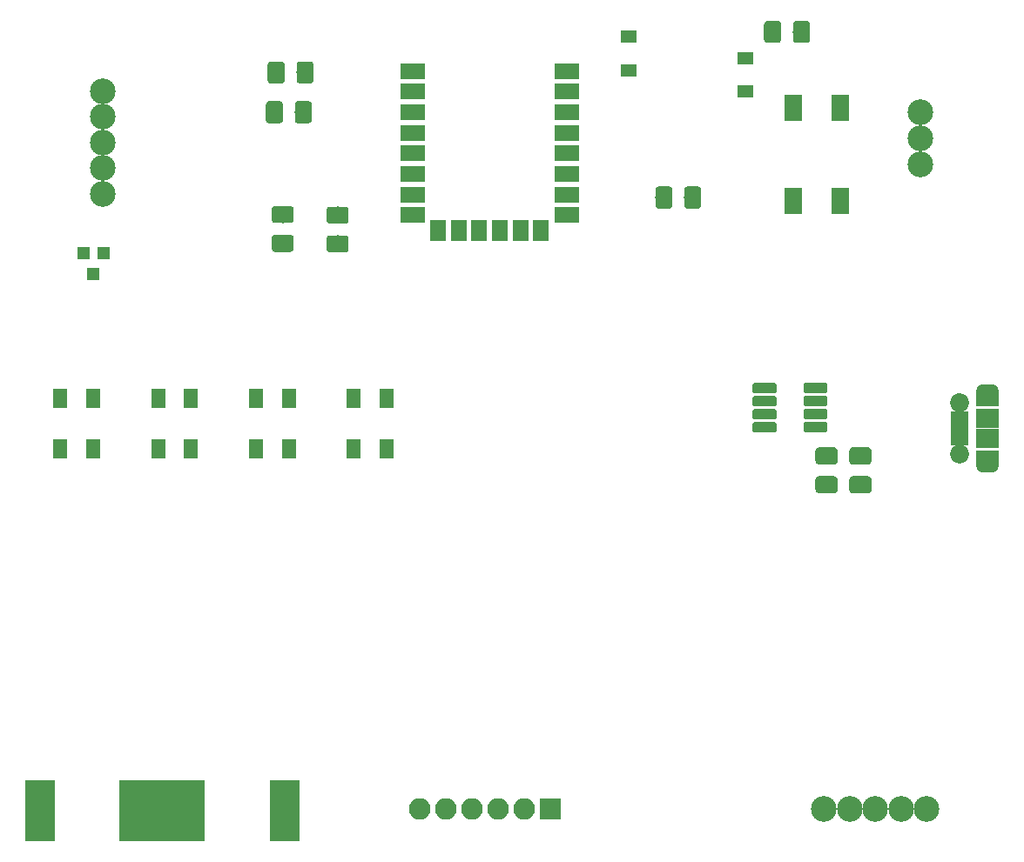
<source format=gbr>
G04 #@! TF.GenerationSoftware,KiCad,Pcbnew,(5.1.2)-1*
G04 #@! TF.CreationDate,2019-08-26T21:33:07-05:00*
G04 #@! TF.ProjectId,8266-dev,38323636-2d64-4657-962e-6b696361645f,rev?*
G04 #@! TF.SameCoordinates,Original*
G04 #@! TF.FileFunction,Soldermask,Top*
G04 #@! TF.FilePolarity,Negative*
%FSLAX46Y46*%
G04 Gerber Fmt 4.6, Leading zero omitted, Abs format (unit mm)*
G04 Created by KiCad (PCBNEW (5.1.2)-1) date 2019-08-26 21:33:07*
%MOMM*%
%LPD*%
G04 APERTURE LIST*
%ADD10R,8.400000X5.960000*%
%ADD11R,3.000000X5.960000*%
%ADD12C,0.100000*%
%ADD13C,1.650000*%
%ADD14R,1.800000X2.500000*%
%ADD15R,1.500000X2.100000*%
%ADD16R,2.400000X1.600000*%
%ADD17C,2.500000*%
%ADD18R,2.100000X2.100000*%
%ADD19O,2.100000X2.100000*%
%ADD20R,1.400000X1.900000*%
%ADD21R,1.200000X1.300000*%
%ADD22R,2.300000X1.900000*%
%ADD23C,1.850000*%
%ADD24R,1.750000X0.800000*%
%ADD25O,2.300000X1.600000*%
%ADD26R,2.300000X1.600000*%
%ADD27C,1.000000*%
%ADD28R,1.600000X1.300000*%
G04 APERTURE END LIST*
D10*
X101168200Y-127170180D03*
D11*
X113073200Y-127170180D03*
X89263200Y-127170180D03*
D12*
G36*
X113667646Y-68310309D02*
G01*
X113699680Y-68315061D01*
X113731094Y-68322930D01*
X113761586Y-68333840D01*
X113790861Y-68347686D01*
X113818638Y-68364335D01*
X113844650Y-68383627D01*
X113868645Y-68405375D01*
X113890393Y-68429370D01*
X113909685Y-68455382D01*
X113926334Y-68483159D01*
X113940180Y-68512434D01*
X113951090Y-68542926D01*
X113958959Y-68574340D01*
X113963711Y-68606374D01*
X113965300Y-68638720D01*
X113965300Y-69628720D01*
X113963711Y-69661066D01*
X113958959Y-69693100D01*
X113951090Y-69724514D01*
X113940180Y-69755006D01*
X113926334Y-69784281D01*
X113909685Y-69812058D01*
X113890393Y-69838070D01*
X113868645Y-69862065D01*
X113844650Y-69883813D01*
X113818638Y-69903105D01*
X113790861Y-69919754D01*
X113761586Y-69933600D01*
X113731094Y-69944510D01*
X113699680Y-69952379D01*
X113667646Y-69957131D01*
X113635300Y-69958720D01*
X112145300Y-69958720D01*
X112112954Y-69957131D01*
X112080920Y-69952379D01*
X112049506Y-69944510D01*
X112019014Y-69933600D01*
X111989739Y-69919754D01*
X111961962Y-69903105D01*
X111935950Y-69883813D01*
X111911955Y-69862065D01*
X111890207Y-69838070D01*
X111870915Y-69812058D01*
X111854266Y-69784281D01*
X111840420Y-69755006D01*
X111829510Y-69724514D01*
X111821641Y-69693100D01*
X111816889Y-69661066D01*
X111815300Y-69628720D01*
X111815300Y-68638720D01*
X111816889Y-68606374D01*
X111821641Y-68574340D01*
X111829510Y-68542926D01*
X111840420Y-68512434D01*
X111854266Y-68483159D01*
X111870915Y-68455382D01*
X111890207Y-68429370D01*
X111911955Y-68405375D01*
X111935950Y-68383627D01*
X111961962Y-68364335D01*
X111989739Y-68347686D01*
X112019014Y-68333840D01*
X112049506Y-68322930D01*
X112080920Y-68315061D01*
X112112954Y-68310309D01*
X112145300Y-68308720D01*
X113635300Y-68308720D01*
X113667646Y-68310309D01*
X113667646Y-68310309D01*
G37*
D13*
X112890300Y-69133720D03*
D12*
G36*
X113667646Y-71110309D02*
G01*
X113699680Y-71115061D01*
X113731094Y-71122930D01*
X113761586Y-71133840D01*
X113790861Y-71147686D01*
X113818638Y-71164335D01*
X113844650Y-71183627D01*
X113868645Y-71205375D01*
X113890393Y-71229370D01*
X113909685Y-71255382D01*
X113926334Y-71283159D01*
X113940180Y-71312434D01*
X113951090Y-71342926D01*
X113958959Y-71374340D01*
X113963711Y-71406374D01*
X113965300Y-71438720D01*
X113965300Y-72428720D01*
X113963711Y-72461066D01*
X113958959Y-72493100D01*
X113951090Y-72524514D01*
X113940180Y-72555006D01*
X113926334Y-72584281D01*
X113909685Y-72612058D01*
X113890393Y-72638070D01*
X113868645Y-72662065D01*
X113844650Y-72683813D01*
X113818638Y-72703105D01*
X113790861Y-72719754D01*
X113761586Y-72733600D01*
X113731094Y-72744510D01*
X113699680Y-72752379D01*
X113667646Y-72757131D01*
X113635300Y-72758720D01*
X112145300Y-72758720D01*
X112112954Y-72757131D01*
X112080920Y-72752379D01*
X112049506Y-72744510D01*
X112019014Y-72733600D01*
X111989739Y-72719754D01*
X111961962Y-72703105D01*
X111935950Y-72683813D01*
X111911955Y-72662065D01*
X111890207Y-72638070D01*
X111870915Y-72612058D01*
X111854266Y-72584281D01*
X111840420Y-72555006D01*
X111829510Y-72524514D01*
X111821641Y-72493100D01*
X111816889Y-72461066D01*
X111815300Y-72428720D01*
X111815300Y-71438720D01*
X111816889Y-71406374D01*
X111821641Y-71374340D01*
X111829510Y-71342926D01*
X111840420Y-71312434D01*
X111854266Y-71283159D01*
X111870915Y-71255382D01*
X111890207Y-71229370D01*
X111911955Y-71205375D01*
X111935950Y-71183627D01*
X111961962Y-71164335D01*
X111989739Y-71147686D01*
X112019014Y-71133840D01*
X112049506Y-71122930D01*
X112080920Y-71115061D01*
X112112954Y-71110309D01*
X112145300Y-71108720D01*
X113635300Y-71108720D01*
X113667646Y-71110309D01*
X113667646Y-71110309D01*
G37*
D13*
X112890300Y-71933720D03*
D12*
G36*
X115574106Y-54214769D02*
G01*
X115606140Y-54219521D01*
X115637554Y-54227390D01*
X115668046Y-54238300D01*
X115697321Y-54252146D01*
X115725098Y-54268795D01*
X115751110Y-54288087D01*
X115775105Y-54309835D01*
X115796853Y-54333830D01*
X115816145Y-54359842D01*
X115832794Y-54387619D01*
X115846640Y-54416894D01*
X115857550Y-54447386D01*
X115865419Y-54478800D01*
X115870171Y-54510834D01*
X115871760Y-54543180D01*
X115871760Y-56033180D01*
X115870171Y-56065526D01*
X115865419Y-56097560D01*
X115857550Y-56128974D01*
X115846640Y-56159466D01*
X115832794Y-56188741D01*
X115816145Y-56216518D01*
X115796853Y-56242530D01*
X115775105Y-56266525D01*
X115751110Y-56288273D01*
X115725098Y-56307565D01*
X115697321Y-56324214D01*
X115668046Y-56338060D01*
X115637554Y-56348970D01*
X115606140Y-56356839D01*
X115574106Y-56361591D01*
X115541760Y-56363180D01*
X114551760Y-56363180D01*
X114519414Y-56361591D01*
X114487380Y-56356839D01*
X114455966Y-56348970D01*
X114425474Y-56338060D01*
X114396199Y-56324214D01*
X114368422Y-56307565D01*
X114342410Y-56288273D01*
X114318415Y-56266525D01*
X114296667Y-56242530D01*
X114277375Y-56216518D01*
X114260726Y-56188741D01*
X114246880Y-56159466D01*
X114235970Y-56128974D01*
X114228101Y-56097560D01*
X114223349Y-56065526D01*
X114221760Y-56033180D01*
X114221760Y-54543180D01*
X114223349Y-54510834D01*
X114228101Y-54478800D01*
X114235970Y-54447386D01*
X114246880Y-54416894D01*
X114260726Y-54387619D01*
X114277375Y-54359842D01*
X114296667Y-54333830D01*
X114318415Y-54309835D01*
X114342410Y-54288087D01*
X114368422Y-54268795D01*
X114396199Y-54252146D01*
X114425474Y-54238300D01*
X114455966Y-54227390D01*
X114487380Y-54219521D01*
X114519414Y-54214769D01*
X114551760Y-54213180D01*
X115541760Y-54213180D01*
X115574106Y-54214769D01*
X115574106Y-54214769D01*
G37*
D13*
X115046760Y-55288180D03*
D12*
G36*
X112774106Y-54214769D02*
G01*
X112806140Y-54219521D01*
X112837554Y-54227390D01*
X112868046Y-54238300D01*
X112897321Y-54252146D01*
X112925098Y-54268795D01*
X112951110Y-54288087D01*
X112975105Y-54309835D01*
X112996853Y-54333830D01*
X113016145Y-54359842D01*
X113032794Y-54387619D01*
X113046640Y-54416894D01*
X113057550Y-54447386D01*
X113065419Y-54478800D01*
X113070171Y-54510834D01*
X113071760Y-54543180D01*
X113071760Y-56033180D01*
X113070171Y-56065526D01*
X113065419Y-56097560D01*
X113057550Y-56128974D01*
X113046640Y-56159466D01*
X113032794Y-56188741D01*
X113016145Y-56216518D01*
X112996853Y-56242530D01*
X112975105Y-56266525D01*
X112951110Y-56288273D01*
X112925098Y-56307565D01*
X112897321Y-56324214D01*
X112868046Y-56338060D01*
X112837554Y-56348970D01*
X112806140Y-56356839D01*
X112774106Y-56361591D01*
X112741760Y-56363180D01*
X111751760Y-56363180D01*
X111719414Y-56361591D01*
X111687380Y-56356839D01*
X111655966Y-56348970D01*
X111625474Y-56338060D01*
X111596199Y-56324214D01*
X111568422Y-56307565D01*
X111542410Y-56288273D01*
X111518415Y-56266525D01*
X111496667Y-56242530D01*
X111477375Y-56216518D01*
X111460726Y-56188741D01*
X111446880Y-56159466D01*
X111435970Y-56128974D01*
X111428101Y-56097560D01*
X111423349Y-56065526D01*
X111421760Y-56033180D01*
X111421760Y-54543180D01*
X111423349Y-54510834D01*
X111428101Y-54478800D01*
X111435970Y-54447386D01*
X111446880Y-54416894D01*
X111460726Y-54387619D01*
X111477375Y-54359842D01*
X111496667Y-54333830D01*
X111518415Y-54309835D01*
X111542410Y-54288087D01*
X111568422Y-54268795D01*
X111596199Y-54252146D01*
X111625474Y-54238300D01*
X111655966Y-54227390D01*
X111687380Y-54219521D01*
X111719414Y-54214769D01*
X111751760Y-54213180D01*
X112741760Y-54213180D01*
X112774106Y-54214769D01*
X112774106Y-54214769D01*
G37*
D13*
X112246760Y-55288180D03*
D12*
G36*
X112606466Y-58088269D02*
G01*
X112638500Y-58093021D01*
X112669914Y-58100890D01*
X112700406Y-58111800D01*
X112729681Y-58125646D01*
X112757458Y-58142295D01*
X112783470Y-58161587D01*
X112807465Y-58183335D01*
X112829213Y-58207330D01*
X112848505Y-58233342D01*
X112865154Y-58261119D01*
X112879000Y-58290394D01*
X112889910Y-58320886D01*
X112897779Y-58352300D01*
X112902531Y-58384334D01*
X112904120Y-58416680D01*
X112904120Y-59906680D01*
X112902531Y-59939026D01*
X112897779Y-59971060D01*
X112889910Y-60002474D01*
X112879000Y-60032966D01*
X112865154Y-60062241D01*
X112848505Y-60090018D01*
X112829213Y-60116030D01*
X112807465Y-60140025D01*
X112783470Y-60161773D01*
X112757458Y-60181065D01*
X112729681Y-60197714D01*
X112700406Y-60211560D01*
X112669914Y-60222470D01*
X112638500Y-60230339D01*
X112606466Y-60235091D01*
X112574120Y-60236680D01*
X111584120Y-60236680D01*
X111551774Y-60235091D01*
X111519740Y-60230339D01*
X111488326Y-60222470D01*
X111457834Y-60211560D01*
X111428559Y-60197714D01*
X111400782Y-60181065D01*
X111374770Y-60161773D01*
X111350775Y-60140025D01*
X111329027Y-60116030D01*
X111309735Y-60090018D01*
X111293086Y-60062241D01*
X111279240Y-60032966D01*
X111268330Y-60002474D01*
X111260461Y-59971060D01*
X111255709Y-59939026D01*
X111254120Y-59906680D01*
X111254120Y-58416680D01*
X111255709Y-58384334D01*
X111260461Y-58352300D01*
X111268330Y-58320886D01*
X111279240Y-58290394D01*
X111293086Y-58261119D01*
X111309735Y-58233342D01*
X111329027Y-58207330D01*
X111350775Y-58183335D01*
X111374770Y-58161587D01*
X111400782Y-58142295D01*
X111428559Y-58125646D01*
X111457834Y-58111800D01*
X111488326Y-58100890D01*
X111519740Y-58093021D01*
X111551774Y-58088269D01*
X111584120Y-58086680D01*
X112574120Y-58086680D01*
X112606466Y-58088269D01*
X112606466Y-58088269D01*
G37*
D13*
X112079120Y-59161680D03*
D12*
G36*
X115406466Y-58088269D02*
G01*
X115438500Y-58093021D01*
X115469914Y-58100890D01*
X115500406Y-58111800D01*
X115529681Y-58125646D01*
X115557458Y-58142295D01*
X115583470Y-58161587D01*
X115607465Y-58183335D01*
X115629213Y-58207330D01*
X115648505Y-58233342D01*
X115665154Y-58261119D01*
X115679000Y-58290394D01*
X115689910Y-58320886D01*
X115697779Y-58352300D01*
X115702531Y-58384334D01*
X115704120Y-58416680D01*
X115704120Y-59906680D01*
X115702531Y-59939026D01*
X115697779Y-59971060D01*
X115689910Y-60002474D01*
X115679000Y-60032966D01*
X115665154Y-60062241D01*
X115648505Y-60090018D01*
X115629213Y-60116030D01*
X115607465Y-60140025D01*
X115583470Y-60161773D01*
X115557458Y-60181065D01*
X115529681Y-60197714D01*
X115500406Y-60211560D01*
X115469914Y-60222470D01*
X115438500Y-60230339D01*
X115406466Y-60235091D01*
X115374120Y-60236680D01*
X114384120Y-60236680D01*
X114351774Y-60235091D01*
X114319740Y-60230339D01*
X114288326Y-60222470D01*
X114257834Y-60211560D01*
X114228559Y-60197714D01*
X114200782Y-60181065D01*
X114174770Y-60161773D01*
X114150775Y-60140025D01*
X114129027Y-60116030D01*
X114109735Y-60090018D01*
X114093086Y-60062241D01*
X114079240Y-60032966D01*
X114068330Y-60002474D01*
X114060461Y-59971060D01*
X114055709Y-59939026D01*
X114054120Y-59906680D01*
X114054120Y-58416680D01*
X114055709Y-58384334D01*
X114060461Y-58352300D01*
X114068330Y-58320886D01*
X114079240Y-58290394D01*
X114093086Y-58261119D01*
X114109735Y-58233342D01*
X114129027Y-58207330D01*
X114150775Y-58183335D01*
X114174770Y-58161587D01*
X114200782Y-58142295D01*
X114228559Y-58125646D01*
X114257834Y-58111800D01*
X114288326Y-58100890D01*
X114319740Y-58093021D01*
X114351774Y-58088269D01*
X114384120Y-58086680D01*
X115374120Y-58086680D01*
X115406466Y-58088269D01*
X115406466Y-58088269D01*
G37*
D13*
X114879120Y-59161680D03*
D12*
G36*
X163836646Y-50285389D02*
G01*
X163868680Y-50290141D01*
X163900094Y-50298010D01*
X163930586Y-50308920D01*
X163959861Y-50322766D01*
X163987638Y-50339415D01*
X164013650Y-50358707D01*
X164037645Y-50380455D01*
X164059393Y-50404450D01*
X164078685Y-50430462D01*
X164095334Y-50458239D01*
X164109180Y-50487514D01*
X164120090Y-50518006D01*
X164127959Y-50549420D01*
X164132711Y-50581454D01*
X164134300Y-50613800D01*
X164134300Y-52103800D01*
X164132711Y-52136146D01*
X164127959Y-52168180D01*
X164120090Y-52199594D01*
X164109180Y-52230086D01*
X164095334Y-52259361D01*
X164078685Y-52287138D01*
X164059393Y-52313150D01*
X164037645Y-52337145D01*
X164013650Y-52358893D01*
X163987638Y-52378185D01*
X163959861Y-52394834D01*
X163930586Y-52408680D01*
X163900094Y-52419590D01*
X163868680Y-52427459D01*
X163836646Y-52432211D01*
X163804300Y-52433800D01*
X162814300Y-52433800D01*
X162781954Y-52432211D01*
X162749920Y-52427459D01*
X162718506Y-52419590D01*
X162688014Y-52408680D01*
X162658739Y-52394834D01*
X162630962Y-52378185D01*
X162604950Y-52358893D01*
X162580955Y-52337145D01*
X162559207Y-52313150D01*
X162539915Y-52287138D01*
X162523266Y-52259361D01*
X162509420Y-52230086D01*
X162498510Y-52199594D01*
X162490641Y-52168180D01*
X162485889Y-52136146D01*
X162484300Y-52103800D01*
X162484300Y-50613800D01*
X162485889Y-50581454D01*
X162490641Y-50549420D01*
X162498510Y-50518006D01*
X162509420Y-50487514D01*
X162523266Y-50458239D01*
X162539915Y-50430462D01*
X162559207Y-50404450D01*
X162580955Y-50380455D01*
X162604950Y-50358707D01*
X162630962Y-50339415D01*
X162658739Y-50322766D01*
X162688014Y-50308920D01*
X162718506Y-50298010D01*
X162749920Y-50290141D01*
X162781954Y-50285389D01*
X162814300Y-50283800D01*
X163804300Y-50283800D01*
X163836646Y-50285389D01*
X163836646Y-50285389D01*
G37*
D13*
X163309300Y-51358800D03*
D12*
G36*
X161036646Y-50285389D02*
G01*
X161068680Y-50290141D01*
X161100094Y-50298010D01*
X161130586Y-50308920D01*
X161159861Y-50322766D01*
X161187638Y-50339415D01*
X161213650Y-50358707D01*
X161237645Y-50380455D01*
X161259393Y-50404450D01*
X161278685Y-50430462D01*
X161295334Y-50458239D01*
X161309180Y-50487514D01*
X161320090Y-50518006D01*
X161327959Y-50549420D01*
X161332711Y-50581454D01*
X161334300Y-50613800D01*
X161334300Y-52103800D01*
X161332711Y-52136146D01*
X161327959Y-52168180D01*
X161320090Y-52199594D01*
X161309180Y-52230086D01*
X161295334Y-52259361D01*
X161278685Y-52287138D01*
X161259393Y-52313150D01*
X161237645Y-52337145D01*
X161213650Y-52358893D01*
X161187638Y-52378185D01*
X161159861Y-52394834D01*
X161130586Y-52408680D01*
X161100094Y-52419590D01*
X161068680Y-52427459D01*
X161036646Y-52432211D01*
X161004300Y-52433800D01*
X160014300Y-52433800D01*
X159981954Y-52432211D01*
X159949920Y-52427459D01*
X159918506Y-52419590D01*
X159888014Y-52408680D01*
X159858739Y-52394834D01*
X159830962Y-52378185D01*
X159804950Y-52358893D01*
X159780955Y-52337145D01*
X159759207Y-52313150D01*
X159739915Y-52287138D01*
X159723266Y-52259361D01*
X159709420Y-52230086D01*
X159698510Y-52199594D01*
X159690641Y-52168180D01*
X159685889Y-52136146D01*
X159684300Y-52103800D01*
X159684300Y-50613800D01*
X159685889Y-50581454D01*
X159690641Y-50549420D01*
X159698510Y-50518006D01*
X159709420Y-50487514D01*
X159723266Y-50458239D01*
X159739915Y-50430462D01*
X159759207Y-50404450D01*
X159780955Y-50380455D01*
X159804950Y-50358707D01*
X159830962Y-50339415D01*
X159858739Y-50322766D01*
X159888014Y-50308920D01*
X159918506Y-50298010D01*
X159949920Y-50290141D01*
X159981954Y-50285389D01*
X160014300Y-50283800D01*
X161004300Y-50283800D01*
X161036646Y-50285389D01*
X161036646Y-50285389D01*
G37*
D13*
X160509300Y-51358800D03*
D12*
G36*
X153270706Y-66401689D02*
G01*
X153302740Y-66406441D01*
X153334154Y-66414310D01*
X153364646Y-66425220D01*
X153393921Y-66439066D01*
X153421698Y-66455715D01*
X153447710Y-66475007D01*
X153471705Y-66496755D01*
X153493453Y-66520750D01*
X153512745Y-66546762D01*
X153529394Y-66574539D01*
X153543240Y-66603814D01*
X153554150Y-66634306D01*
X153562019Y-66665720D01*
X153566771Y-66697754D01*
X153568360Y-66730100D01*
X153568360Y-68220100D01*
X153566771Y-68252446D01*
X153562019Y-68284480D01*
X153554150Y-68315894D01*
X153543240Y-68346386D01*
X153529394Y-68375661D01*
X153512745Y-68403438D01*
X153493453Y-68429450D01*
X153471705Y-68453445D01*
X153447710Y-68475193D01*
X153421698Y-68494485D01*
X153393921Y-68511134D01*
X153364646Y-68524980D01*
X153334154Y-68535890D01*
X153302740Y-68543759D01*
X153270706Y-68548511D01*
X153238360Y-68550100D01*
X152248360Y-68550100D01*
X152216014Y-68548511D01*
X152183980Y-68543759D01*
X152152566Y-68535890D01*
X152122074Y-68524980D01*
X152092799Y-68511134D01*
X152065022Y-68494485D01*
X152039010Y-68475193D01*
X152015015Y-68453445D01*
X151993267Y-68429450D01*
X151973975Y-68403438D01*
X151957326Y-68375661D01*
X151943480Y-68346386D01*
X151932570Y-68315894D01*
X151924701Y-68284480D01*
X151919949Y-68252446D01*
X151918360Y-68220100D01*
X151918360Y-66730100D01*
X151919949Y-66697754D01*
X151924701Y-66665720D01*
X151932570Y-66634306D01*
X151943480Y-66603814D01*
X151957326Y-66574539D01*
X151973975Y-66546762D01*
X151993267Y-66520750D01*
X152015015Y-66496755D01*
X152039010Y-66475007D01*
X152065022Y-66455715D01*
X152092799Y-66439066D01*
X152122074Y-66425220D01*
X152152566Y-66414310D01*
X152183980Y-66406441D01*
X152216014Y-66401689D01*
X152248360Y-66400100D01*
X153238360Y-66400100D01*
X153270706Y-66401689D01*
X153270706Y-66401689D01*
G37*
D13*
X152743360Y-67475100D03*
D12*
G36*
X150470706Y-66401689D02*
G01*
X150502740Y-66406441D01*
X150534154Y-66414310D01*
X150564646Y-66425220D01*
X150593921Y-66439066D01*
X150621698Y-66455715D01*
X150647710Y-66475007D01*
X150671705Y-66496755D01*
X150693453Y-66520750D01*
X150712745Y-66546762D01*
X150729394Y-66574539D01*
X150743240Y-66603814D01*
X150754150Y-66634306D01*
X150762019Y-66665720D01*
X150766771Y-66697754D01*
X150768360Y-66730100D01*
X150768360Y-68220100D01*
X150766771Y-68252446D01*
X150762019Y-68284480D01*
X150754150Y-68315894D01*
X150743240Y-68346386D01*
X150729394Y-68375661D01*
X150712745Y-68403438D01*
X150693453Y-68429450D01*
X150671705Y-68453445D01*
X150647710Y-68475193D01*
X150621698Y-68494485D01*
X150593921Y-68511134D01*
X150564646Y-68524980D01*
X150534154Y-68535890D01*
X150502740Y-68543759D01*
X150470706Y-68548511D01*
X150438360Y-68550100D01*
X149448360Y-68550100D01*
X149416014Y-68548511D01*
X149383980Y-68543759D01*
X149352566Y-68535890D01*
X149322074Y-68524980D01*
X149292799Y-68511134D01*
X149265022Y-68494485D01*
X149239010Y-68475193D01*
X149215015Y-68453445D01*
X149193267Y-68429450D01*
X149173975Y-68403438D01*
X149157326Y-68375661D01*
X149143480Y-68346386D01*
X149132570Y-68315894D01*
X149124701Y-68284480D01*
X149119949Y-68252446D01*
X149118360Y-68220100D01*
X149118360Y-66730100D01*
X149119949Y-66697754D01*
X149124701Y-66665720D01*
X149132570Y-66634306D01*
X149143480Y-66603814D01*
X149157326Y-66574539D01*
X149173975Y-66546762D01*
X149193267Y-66520750D01*
X149215015Y-66496755D01*
X149239010Y-66475007D01*
X149265022Y-66455715D01*
X149292799Y-66439066D01*
X149322074Y-66425220D01*
X149352566Y-66414310D01*
X149383980Y-66406441D01*
X149416014Y-66401689D01*
X149448360Y-66400100D01*
X150438360Y-66400100D01*
X150470706Y-66401689D01*
X150470706Y-66401689D01*
G37*
D13*
X149943360Y-67475100D03*
D14*
X167055360Y-67813780D03*
X162555360Y-67813780D03*
X162555360Y-58713780D03*
X167055360Y-58713780D03*
D15*
X137986780Y-70671580D03*
X135986780Y-70671580D03*
X133986780Y-70671580D03*
X131986780Y-70671580D03*
X129986780Y-70671580D03*
X127986780Y-70671580D03*
D16*
X140486780Y-55171580D03*
X140486780Y-57171580D03*
X140486780Y-59171580D03*
X140486780Y-61171580D03*
X140486780Y-63171580D03*
X140486780Y-65171580D03*
X140486780Y-67171580D03*
X140486780Y-69171580D03*
X125486780Y-69171580D03*
X125486780Y-67171580D03*
X125486780Y-65171580D03*
X125486780Y-63171580D03*
X125486780Y-61171580D03*
X125486780Y-59171580D03*
X125486780Y-57171580D03*
X125486780Y-55171580D03*
D17*
X165511480Y-126949200D03*
X168011480Y-126949200D03*
X170511480Y-126949200D03*
X173011480Y-126949200D03*
X175511480Y-126949200D03*
X95417640Y-57104280D03*
X95417640Y-59604280D03*
X95417640Y-62104280D03*
X95417640Y-64604280D03*
X95417640Y-67104280D03*
D18*
X138942530Y-126944200D03*
D19*
X136402530Y-126944200D03*
X133862530Y-126944200D03*
X131322530Y-126944200D03*
X128782530Y-126944200D03*
X126242530Y-126944200D03*
D17*
X174919640Y-59194700D03*
X174919640Y-61734700D03*
X174919640Y-64274700D03*
D12*
G36*
X118983866Y-68355569D02*
G01*
X119015900Y-68360321D01*
X119047314Y-68368190D01*
X119077806Y-68379100D01*
X119107081Y-68392946D01*
X119134858Y-68409595D01*
X119160870Y-68428887D01*
X119184865Y-68450635D01*
X119206613Y-68474630D01*
X119225905Y-68500642D01*
X119242554Y-68528419D01*
X119256400Y-68557694D01*
X119267310Y-68588186D01*
X119275179Y-68619600D01*
X119279931Y-68651634D01*
X119281520Y-68683980D01*
X119281520Y-69673980D01*
X119279931Y-69706326D01*
X119275179Y-69738360D01*
X119267310Y-69769774D01*
X119256400Y-69800266D01*
X119242554Y-69829541D01*
X119225905Y-69857318D01*
X119206613Y-69883330D01*
X119184865Y-69907325D01*
X119160870Y-69929073D01*
X119134858Y-69948365D01*
X119107081Y-69965014D01*
X119077806Y-69978860D01*
X119047314Y-69989770D01*
X119015900Y-69997639D01*
X118983866Y-70002391D01*
X118951520Y-70003980D01*
X117461520Y-70003980D01*
X117429174Y-70002391D01*
X117397140Y-69997639D01*
X117365726Y-69989770D01*
X117335234Y-69978860D01*
X117305959Y-69965014D01*
X117278182Y-69948365D01*
X117252170Y-69929073D01*
X117228175Y-69907325D01*
X117206427Y-69883330D01*
X117187135Y-69857318D01*
X117170486Y-69829541D01*
X117156640Y-69800266D01*
X117145730Y-69769774D01*
X117137861Y-69738360D01*
X117133109Y-69706326D01*
X117131520Y-69673980D01*
X117131520Y-68683980D01*
X117133109Y-68651634D01*
X117137861Y-68619600D01*
X117145730Y-68588186D01*
X117156640Y-68557694D01*
X117170486Y-68528419D01*
X117187135Y-68500642D01*
X117206427Y-68474630D01*
X117228175Y-68450635D01*
X117252170Y-68428887D01*
X117278182Y-68409595D01*
X117305959Y-68392946D01*
X117335234Y-68379100D01*
X117365726Y-68368190D01*
X117397140Y-68360321D01*
X117429174Y-68355569D01*
X117461520Y-68353980D01*
X118951520Y-68353980D01*
X118983866Y-68355569D01*
X118983866Y-68355569D01*
G37*
D13*
X118206520Y-69178980D03*
D12*
G36*
X118983866Y-71155569D02*
G01*
X119015900Y-71160321D01*
X119047314Y-71168190D01*
X119077806Y-71179100D01*
X119107081Y-71192946D01*
X119134858Y-71209595D01*
X119160870Y-71228887D01*
X119184865Y-71250635D01*
X119206613Y-71274630D01*
X119225905Y-71300642D01*
X119242554Y-71328419D01*
X119256400Y-71357694D01*
X119267310Y-71388186D01*
X119275179Y-71419600D01*
X119279931Y-71451634D01*
X119281520Y-71483980D01*
X119281520Y-72473980D01*
X119279931Y-72506326D01*
X119275179Y-72538360D01*
X119267310Y-72569774D01*
X119256400Y-72600266D01*
X119242554Y-72629541D01*
X119225905Y-72657318D01*
X119206613Y-72683330D01*
X119184865Y-72707325D01*
X119160870Y-72729073D01*
X119134858Y-72748365D01*
X119107081Y-72765014D01*
X119077806Y-72778860D01*
X119047314Y-72789770D01*
X119015900Y-72797639D01*
X118983866Y-72802391D01*
X118951520Y-72803980D01*
X117461520Y-72803980D01*
X117429174Y-72802391D01*
X117397140Y-72797639D01*
X117365726Y-72789770D01*
X117335234Y-72778860D01*
X117305959Y-72765014D01*
X117278182Y-72748365D01*
X117252170Y-72729073D01*
X117228175Y-72707325D01*
X117206427Y-72683330D01*
X117187135Y-72657318D01*
X117170486Y-72629541D01*
X117156640Y-72600266D01*
X117145730Y-72569774D01*
X117137861Y-72538360D01*
X117133109Y-72506326D01*
X117131520Y-72473980D01*
X117131520Y-71483980D01*
X117133109Y-71451634D01*
X117137861Y-71419600D01*
X117145730Y-71388186D01*
X117156640Y-71357694D01*
X117170486Y-71328419D01*
X117187135Y-71300642D01*
X117206427Y-71274630D01*
X117228175Y-71250635D01*
X117252170Y-71228887D01*
X117278182Y-71209595D01*
X117305959Y-71192946D01*
X117335234Y-71179100D01*
X117365726Y-71168190D01*
X117397140Y-71160321D01*
X117429174Y-71155569D01*
X117461520Y-71153980D01*
X118951520Y-71153980D01*
X118983866Y-71155569D01*
X118983866Y-71155569D01*
G37*
D13*
X118206520Y-71978980D03*
D20*
X91274000Y-91895000D03*
X94474000Y-91895000D03*
X91274000Y-86995000D03*
X94474000Y-86995000D03*
X103969666Y-86995000D03*
X100769666Y-86995000D03*
X103969666Y-91895000D03*
X100769666Y-91895000D03*
X110265332Y-91895000D03*
X113465332Y-91895000D03*
X110265332Y-86995000D03*
X113465332Y-86995000D03*
X122961000Y-86995000D03*
X119761000Y-86995000D03*
X122961000Y-91895000D03*
X119761000Y-91895000D03*
D21*
X95440500Y-72898000D03*
X93540500Y-72898000D03*
X94490500Y-74898000D03*
D22*
X181419500Y-88957400D03*
D23*
X178719500Y-92457400D03*
D24*
X178719500Y-90607400D03*
X178719500Y-91257400D03*
X178719500Y-88657400D03*
X178719500Y-89307400D03*
X178719500Y-89957400D03*
D23*
X178719500Y-87457400D03*
D22*
X181419500Y-90957400D03*
D25*
X181419500Y-93457400D03*
X181419500Y-86457400D03*
D26*
X181419500Y-87057400D03*
X181419500Y-92857400D03*
D12*
G36*
X165630404Y-89315604D02*
G01*
X165654673Y-89319204D01*
X165678471Y-89325165D01*
X165701571Y-89333430D01*
X165723749Y-89343920D01*
X165744793Y-89356533D01*
X165764498Y-89371147D01*
X165782677Y-89387623D01*
X165799153Y-89405802D01*
X165813767Y-89425507D01*
X165826380Y-89446551D01*
X165836870Y-89468729D01*
X165845135Y-89491829D01*
X165851096Y-89515627D01*
X165854696Y-89539896D01*
X165855900Y-89564400D01*
X165855900Y-90064400D01*
X165854696Y-90088904D01*
X165851096Y-90113173D01*
X165845135Y-90136971D01*
X165836870Y-90160071D01*
X165826380Y-90182249D01*
X165813767Y-90203293D01*
X165799153Y-90222998D01*
X165782677Y-90241177D01*
X165764498Y-90257653D01*
X165744793Y-90272267D01*
X165723749Y-90284880D01*
X165701571Y-90295370D01*
X165678471Y-90303635D01*
X165654673Y-90309596D01*
X165630404Y-90313196D01*
X165605900Y-90314400D01*
X163755900Y-90314400D01*
X163731396Y-90313196D01*
X163707127Y-90309596D01*
X163683329Y-90303635D01*
X163660229Y-90295370D01*
X163638051Y-90284880D01*
X163617007Y-90272267D01*
X163597302Y-90257653D01*
X163579123Y-90241177D01*
X163562647Y-90222998D01*
X163548033Y-90203293D01*
X163535420Y-90182249D01*
X163524930Y-90160071D01*
X163516665Y-90136971D01*
X163510704Y-90113173D01*
X163507104Y-90088904D01*
X163505900Y-90064400D01*
X163505900Y-89564400D01*
X163507104Y-89539896D01*
X163510704Y-89515627D01*
X163516665Y-89491829D01*
X163524930Y-89468729D01*
X163535420Y-89446551D01*
X163548033Y-89425507D01*
X163562647Y-89405802D01*
X163579123Y-89387623D01*
X163597302Y-89371147D01*
X163617007Y-89356533D01*
X163638051Y-89343920D01*
X163660229Y-89333430D01*
X163683329Y-89325165D01*
X163707127Y-89319204D01*
X163731396Y-89315604D01*
X163755900Y-89314400D01*
X165605900Y-89314400D01*
X165630404Y-89315604D01*
X165630404Y-89315604D01*
G37*
D27*
X164680900Y-89814400D03*
D12*
G36*
X165630404Y-88045604D02*
G01*
X165654673Y-88049204D01*
X165678471Y-88055165D01*
X165701571Y-88063430D01*
X165723749Y-88073920D01*
X165744793Y-88086533D01*
X165764498Y-88101147D01*
X165782677Y-88117623D01*
X165799153Y-88135802D01*
X165813767Y-88155507D01*
X165826380Y-88176551D01*
X165836870Y-88198729D01*
X165845135Y-88221829D01*
X165851096Y-88245627D01*
X165854696Y-88269896D01*
X165855900Y-88294400D01*
X165855900Y-88794400D01*
X165854696Y-88818904D01*
X165851096Y-88843173D01*
X165845135Y-88866971D01*
X165836870Y-88890071D01*
X165826380Y-88912249D01*
X165813767Y-88933293D01*
X165799153Y-88952998D01*
X165782677Y-88971177D01*
X165764498Y-88987653D01*
X165744793Y-89002267D01*
X165723749Y-89014880D01*
X165701571Y-89025370D01*
X165678471Y-89033635D01*
X165654673Y-89039596D01*
X165630404Y-89043196D01*
X165605900Y-89044400D01*
X163755900Y-89044400D01*
X163731396Y-89043196D01*
X163707127Y-89039596D01*
X163683329Y-89033635D01*
X163660229Y-89025370D01*
X163638051Y-89014880D01*
X163617007Y-89002267D01*
X163597302Y-88987653D01*
X163579123Y-88971177D01*
X163562647Y-88952998D01*
X163548033Y-88933293D01*
X163535420Y-88912249D01*
X163524930Y-88890071D01*
X163516665Y-88866971D01*
X163510704Y-88843173D01*
X163507104Y-88818904D01*
X163505900Y-88794400D01*
X163505900Y-88294400D01*
X163507104Y-88269896D01*
X163510704Y-88245627D01*
X163516665Y-88221829D01*
X163524930Y-88198729D01*
X163535420Y-88176551D01*
X163548033Y-88155507D01*
X163562647Y-88135802D01*
X163579123Y-88117623D01*
X163597302Y-88101147D01*
X163617007Y-88086533D01*
X163638051Y-88073920D01*
X163660229Y-88063430D01*
X163683329Y-88055165D01*
X163707127Y-88049204D01*
X163731396Y-88045604D01*
X163755900Y-88044400D01*
X165605900Y-88044400D01*
X165630404Y-88045604D01*
X165630404Y-88045604D01*
G37*
D27*
X164680900Y-88544400D03*
D12*
G36*
X165630404Y-86775604D02*
G01*
X165654673Y-86779204D01*
X165678471Y-86785165D01*
X165701571Y-86793430D01*
X165723749Y-86803920D01*
X165744793Y-86816533D01*
X165764498Y-86831147D01*
X165782677Y-86847623D01*
X165799153Y-86865802D01*
X165813767Y-86885507D01*
X165826380Y-86906551D01*
X165836870Y-86928729D01*
X165845135Y-86951829D01*
X165851096Y-86975627D01*
X165854696Y-86999896D01*
X165855900Y-87024400D01*
X165855900Y-87524400D01*
X165854696Y-87548904D01*
X165851096Y-87573173D01*
X165845135Y-87596971D01*
X165836870Y-87620071D01*
X165826380Y-87642249D01*
X165813767Y-87663293D01*
X165799153Y-87682998D01*
X165782677Y-87701177D01*
X165764498Y-87717653D01*
X165744793Y-87732267D01*
X165723749Y-87744880D01*
X165701571Y-87755370D01*
X165678471Y-87763635D01*
X165654673Y-87769596D01*
X165630404Y-87773196D01*
X165605900Y-87774400D01*
X163755900Y-87774400D01*
X163731396Y-87773196D01*
X163707127Y-87769596D01*
X163683329Y-87763635D01*
X163660229Y-87755370D01*
X163638051Y-87744880D01*
X163617007Y-87732267D01*
X163597302Y-87717653D01*
X163579123Y-87701177D01*
X163562647Y-87682998D01*
X163548033Y-87663293D01*
X163535420Y-87642249D01*
X163524930Y-87620071D01*
X163516665Y-87596971D01*
X163510704Y-87573173D01*
X163507104Y-87548904D01*
X163505900Y-87524400D01*
X163505900Y-87024400D01*
X163507104Y-86999896D01*
X163510704Y-86975627D01*
X163516665Y-86951829D01*
X163524930Y-86928729D01*
X163535420Y-86906551D01*
X163548033Y-86885507D01*
X163562647Y-86865802D01*
X163579123Y-86847623D01*
X163597302Y-86831147D01*
X163617007Y-86816533D01*
X163638051Y-86803920D01*
X163660229Y-86793430D01*
X163683329Y-86785165D01*
X163707127Y-86779204D01*
X163731396Y-86775604D01*
X163755900Y-86774400D01*
X165605900Y-86774400D01*
X165630404Y-86775604D01*
X165630404Y-86775604D01*
G37*
D27*
X164680900Y-87274400D03*
D12*
G36*
X165630404Y-85505604D02*
G01*
X165654673Y-85509204D01*
X165678471Y-85515165D01*
X165701571Y-85523430D01*
X165723749Y-85533920D01*
X165744793Y-85546533D01*
X165764498Y-85561147D01*
X165782677Y-85577623D01*
X165799153Y-85595802D01*
X165813767Y-85615507D01*
X165826380Y-85636551D01*
X165836870Y-85658729D01*
X165845135Y-85681829D01*
X165851096Y-85705627D01*
X165854696Y-85729896D01*
X165855900Y-85754400D01*
X165855900Y-86254400D01*
X165854696Y-86278904D01*
X165851096Y-86303173D01*
X165845135Y-86326971D01*
X165836870Y-86350071D01*
X165826380Y-86372249D01*
X165813767Y-86393293D01*
X165799153Y-86412998D01*
X165782677Y-86431177D01*
X165764498Y-86447653D01*
X165744793Y-86462267D01*
X165723749Y-86474880D01*
X165701571Y-86485370D01*
X165678471Y-86493635D01*
X165654673Y-86499596D01*
X165630404Y-86503196D01*
X165605900Y-86504400D01*
X163755900Y-86504400D01*
X163731396Y-86503196D01*
X163707127Y-86499596D01*
X163683329Y-86493635D01*
X163660229Y-86485370D01*
X163638051Y-86474880D01*
X163617007Y-86462267D01*
X163597302Y-86447653D01*
X163579123Y-86431177D01*
X163562647Y-86412998D01*
X163548033Y-86393293D01*
X163535420Y-86372249D01*
X163524930Y-86350071D01*
X163516665Y-86326971D01*
X163510704Y-86303173D01*
X163507104Y-86278904D01*
X163505900Y-86254400D01*
X163505900Y-85754400D01*
X163507104Y-85729896D01*
X163510704Y-85705627D01*
X163516665Y-85681829D01*
X163524930Y-85658729D01*
X163535420Y-85636551D01*
X163548033Y-85615507D01*
X163562647Y-85595802D01*
X163579123Y-85577623D01*
X163597302Y-85561147D01*
X163617007Y-85546533D01*
X163638051Y-85533920D01*
X163660229Y-85523430D01*
X163683329Y-85515165D01*
X163707127Y-85509204D01*
X163731396Y-85505604D01*
X163755900Y-85504400D01*
X165605900Y-85504400D01*
X165630404Y-85505604D01*
X165630404Y-85505604D01*
G37*
D27*
X164680900Y-86004400D03*
D12*
G36*
X160680404Y-85505604D02*
G01*
X160704673Y-85509204D01*
X160728471Y-85515165D01*
X160751571Y-85523430D01*
X160773749Y-85533920D01*
X160794793Y-85546533D01*
X160814498Y-85561147D01*
X160832677Y-85577623D01*
X160849153Y-85595802D01*
X160863767Y-85615507D01*
X160876380Y-85636551D01*
X160886870Y-85658729D01*
X160895135Y-85681829D01*
X160901096Y-85705627D01*
X160904696Y-85729896D01*
X160905900Y-85754400D01*
X160905900Y-86254400D01*
X160904696Y-86278904D01*
X160901096Y-86303173D01*
X160895135Y-86326971D01*
X160886870Y-86350071D01*
X160876380Y-86372249D01*
X160863767Y-86393293D01*
X160849153Y-86412998D01*
X160832677Y-86431177D01*
X160814498Y-86447653D01*
X160794793Y-86462267D01*
X160773749Y-86474880D01*
X160751571Y-86485370D01*
X160728471Y-86493635D01*
X160704673Y-86499596D01*
X160680404Y-86503196D01*
X160655900Y-86504400D01*
X158805900Y-86504400D01*
X158781396Y-86503196D01*
X158757127Y-86499596D01*
X158733329Y-86493635D01*
X158710229Y-86485370D01*
X158688051Y-86474880D01*
X158667007Y-86462267D01*
X158647302Y-86447653D01*
X158629123Y-86431177D01*
X158612647Y-86412998D01*
X158598033Y-86393293D01*
X158585420Y-86372249D01*
X158574930Y-86350071D01*
X158566665Y-86326971D01*
X158560704Y-86303173D01*
X158557104Y-86278904D01*
X158555900Y-86254400D01*
X158555900Y-85754400D01*
X158557104Y-85729896D01*
X158560704Y-85705627D01*
X158566665Y-85681829D01*
X158574930Y-85658729D01*
X158585420Y-85636551D01*
X158598033Y-85615507D01*
X158612647Y-85595802D01*
X158629123Y-85577623D01*
X158647302Y-85561147D01*
X158667007Y-85546533D01*
X158688051Y-85533920D01*
X158710229Y-85523430D01*
X158733329Y-85515165D01*
X158757127Y-85509204D01*
X158781396Y-85505604D01*
X158805900Y-85504400D01*
X160655900Y-85504400D01*
X160680404Y-85505604D01*
X160680404Y-85505604D01*
G37*
D27*
X159730900Y-86004400D03*
D12*
G36*
X160680404Y-86775604D02*
G01*
X160704673Y-86779204D01*
X160728471Y-86785165D01*
X160751571Y-86793430D01*
X160773749Y-86803920D01*
X160794793Y-86816533D01*
X160814498Y-86831147D01*
X160832677Y-86847623D01*
X160849153Y-86865802D01*
X160863767Y-86885507D01*
X160876380Y-86906551D01*
X160886870Y-86928729D01*
X160895135Y-86951829D01*
X160901096Y-86975627D01*
X160904696Y-86999896D01*
X160905900Y-87024400D01*
X160905900Y-87524400D01*
X160904696Y-87548904D01*
X160901096Y-87573173D01*
X160895135Y-87596971D01*
X160886870Y-87620071D01*
X160876380Y-87642249D01*
X160863767Y-87663293D01*
X160849153Y-87682998D01*
X160832677Y-87701177D01*
X160814498Y-87717653D01*
X160794793Y-87732267D01*
X160773749Y-87744880D01*
X160751571Y-87755370D01*
X160728471Y-87763635D01*
X160704673Y-87769596D01*
X160680404Y-87773196D01*
X160655900Y-87774400D01*
X158805900Y-87774400D01*
X158781396Y-87773196D01*
X158757127Y-87769596D01*
X158733329Y-87763635D01*
X158710229Y-87755370D01*
X158688051Y-87744880D01*
X158667007Y-87732267D01*
X158647302Y-87717653D01*
X158629123Y-87701177D01*
X158612647Y-87682998D01*
X158598033Y-87663293D01*
X158585420Y-87642249D01*
X158574930Y-87620071D01*
X158566665Y-87596971D01*
X158560704Y-87573173D01*
X158557104Y-87548904D01*
X158555900Y-87524400D01*
X158555900Y-87024400D01*
X158557104Y-86999896D01*
X158560704Y-86975627D01*
X158566665Y-86951829D01*
X158574930Y-86928729D01*
X158585420Y-86906551D01*
X158598033Y-86885507D01*
X158612647Y-86865802D01*
X158629123Y-86847623D01*
X158647302Y-86831147D01*
X158667007Y-86816533D01*
X158688051Y-86803920D01*
X158710229Y-86793430D01*
X158733329Y-86785165D01*
X158757127Y-86779204D01*
X158781396Y-86775604D01*
X158805900Y-86774400D01*
X160655900Y-86774400D01*
X160680404Y-86775604D01*
X160680404Y-86775604D01*
G37*
D27*
X159730900Y-87274400D03*
D12*
G36*
X160680404Y-88045604D02*
G01*
X160704673Y-88049204D01*
X160728471Y-88055165D01*
X160751571Y-88063430D01*
X160773749Y-88073920D01*
X160794793Y-88086533D01*
X160814498Y-88101147D01*
X160832677Y-88117623D01*
X160849153Y-88135802D01*
X160863767Y-88155507D01*
X160876380Y-88176551D01*
X160886870Y-88198729D01*
X160895135Y-88221829D01*
X160901096Y-88245627D01*
X160904696Y-88269896D01*
X160905900Y-88294400D01*
X160905900Y-88794400D01*
X160904696Y-88818904D01*
X160901096Y-88843173D01*
X160895135Y-88866971D01*
X160886870Y-88890071D01*
X160876380Y-88912249D01*
X160863767Y-88933293D01*
X160849153Y-88952998D01*
X160832677Y-88971177D01*
X160814498Y-88987653D01*
X160794793Y-89002267D01*
X160773749Y-89014880D01*
X160751571Y-89025370D01*
X160728471Y-89033635D01*
X160704673Y-89039596D01*
X160680404Y-89043196D01*
X160655900Y-89044400D01*
X158805900Y-89044400D01*
X158781396Y-89043196D01*
X158757127Y-89039596D01*
X158733329Y-89033635D01*
X158710229Y-89025370D01*
X158688051Y-89014880D01*
X158667007Y-89002267D01*
X158647302Y-88987653D01*
X158629123Y-88971177D01*
X158612647Y-88952998D01*
X158598033Y-88933293D01*
X158585420Y-88912249D01*
X158574930Y-88890071D01*
X158566665Y-88866971D01*
X158560704Y-88843173D01*
X158557104Y-88818904D01*
X158555900Y-88794400D01*
X158555900Y-88294400D01*
X158557104Y-88269896D01*
X158560704Y-88245627D01*
X158566665Y-88221829D01*
X158574930Y-88198729D01*
X158585420Y-88176551D01*
X158598033Y-88155507D01*
X158612647Y-88135802D01*
X158629123Y-88117623D01*
X158647302Y-88101147D01*
X158667007Y-88086533D01*
X158688051Y-88073920D01*
X158710229Y-88063430D01*
X158733329Y-88055165D01*
X158757127Y-88049204D01*
X158781396Y-88045604D01*
X158805900Y-88044400D01*
X160655900Y-88044400D01*
X160680404Y-88045604D01*
X160680404Y-88045604D01*
G37*
D27*
X159730900Y-88544400D03*
D12*
G36*
X160680404Y-89315604D02*
G01*
X160704673Y-89319204D01*
X160728471Y-89325165D01*
X160751571Y-89333430D01*
X160773749Y-89343920D01*
X160794793Y-89356533D01*
X160814498Y-89371147D01*
X160832677Y-89387623D01*
X160849153Y-89405802D01*
X160863767Y-89425507D01*
X160876380Y-89446551D01*
X160886870Y-89468729D01*
X160895135Y-89491829D01*
X160901096Y-89515627D01*
X160904696Y-89539896D01*
X160905900Y-89564400D01*
X160905900Y-90064400D01*
X160904696Y-90088904D01*
X160901096Y-90113173D01*
X160895135Y-90136971D01*
X160886870Y-90160071D01*
X160876380Y-90182249D01*
X160863767Y-90203293D01*
X160849153Y-90222998D01*
X160832677Y-90241177D01*
X160814498Y-90257653D01*
X160794793Y-90272267D01*
X160773749Y-90284880D01*
X160751571Y-90295370D01*
X160728471Y-90303635D01*
X160704673Y-90309596D01*
X160680404Y-90313196D01*
X160655900Y-90314400D01*
X158805900Y-90314400D01*
X158781396Y-90313196D01*
X158757127Y-90309596D01*
X158733329Y-90303635D01*
X158710229Y-90295370D01*
X158688051Y-90284880D01*
X158667007Y-90272267D01*
X158647302Y-90257653D01*
X158629123Y-90241177D01*
X158612647Y-90222998D01*
X158598033Y-90203293D01*
X158585420Y-90182249D01*
X158574930Y-90160071D01*
X158566665Y-90136971D01*
X158560704Y-90113173D01*
X158557104Y-90088904D01*
X158555900Y-90064400D01*
X158555900Y-89564400D01*
X158557104Y-89539896D01*
X158560704Y-89515627D01*
X158566665Y-89491829D01*
X158574930Y-89468729D01*
X158585420Y-89446551D01*
X158598033Y-89425507D01*
X158612647Y-89405802D01*
X158629123Y-89387623D01*
X158647302Y-89371147D01*
X158667007Y-89356533D01*
X158688051Y-89343920D01*
X158710229Y-89333430D01*
X158733329Y-89325165D01*
X158757127Y-89319204D01*
X158781396Y-89315604D01*
X158805900Y-89314400D01*
X160655900Y-89314400D01*
X160680404Y-89315604D01*
X160680404Y-89315604D01*
G37*
D27*
X159730900Y-89814400D03*
D12*
G36*
X169825045Y-91797890D02*
G01*
X169857079Y-91802642D01*
X169888493Y-91810511D01*
X169918985Y-91821421D01*
X169948260Y-91835267D01*
X169976037Y-91851916D01*
X170002049Y-91871208D01*
X170026044Y-91892956D01*
X170047792Y-91916951D01*
X170067084Y-91942963D01*
X170083733Y-91970740D01*
X170097579Y-92000015D01*
X170108489Y-92030507D01*
X170116358Y-92061921D01*
X170121110Y-92093955D01*
X170122699Y-92126301D01*
X170122699Y-93116301D01*
X170121110Y-93148647D01*
X170116358Y-93180681D01*
X170108489Y-93212095D01*
X170097579Y-93242587D01*
X170083733Y-93271862D01*
X170067084Y-93299639D01*
X170047792Y-93325651D01*
X170026044Y-93349646D01*
X170002049Y-93371394D01*
X169976037Y-93390686D01*
X169948260Y-93407335D01*
X169918985Y-93421181D01*
X169888493Y-93432091D01*
X169857079Y-93439960D01*
X169825045Y-93444712D01*
X169792699Y-93446301D01*
X168302699Y-93446301D01*
X168270353Y-93444712D01*
X168238319Y-93439960D01*
X168206905Y-93432091D01*
X168176413Y-93421181D01*
X168147138Y-93407335D01*
X168119361Y-93390686D01*
X168093349Y-93371394D01*
X168069354Y-93349646D01*
X168047606Y-93325651D01*
X168028314Y-93299639D01*
X168011665Y-93271862D01*
X167997819Y-93242587D01*
X167986909Y-93212095D01*
X167979040Y-93180681D01*
X167974288Y-93148647D01*
X167972699Y-93116301D01*
X167972699Y-92126301D01*
X167974288Y-92093955D01*
X167979040Y-92061921D01*
X167986909Y-92030507D01*
X167997819Y-92000015D01*
X168011665Y-91970740D01*
X168028314Y-91942963D01*
X168047606Y-91916951D01*
X168069354Y-91892956D01*
X168093349Y-91871208D01*
X168119361Y-91851916D01*
X168147138Y-91835267D01*
X168176413Y-91821421D01*
X168206905Y-91810511D01*
X168238319Y-91802642D01*
X168270353Y-91797890D01*
X168302699Y-91796301D01*
X169792699Y-91796301D01*
X169825045Y-91797890D01*
X169825045Y-91797890D01*
G37*
D13*
X169047699Y-92621301D03*
D12*
G36*
X169825045Y-94597890D02*
G01*
X169857079Y-94602642D01*
X169888493Y-94610511D01*
X169918985Y-94621421D01*
X169948260Y-94635267D01*
X169976037Y-94651916D01*
X170002049Y-94671208D01*
X170026044Y-94692956D01*
X170047792Y-94716951D01*
X170067084Y-94742963D01*
X170083733Y-94770740D01*
X170097579Y-94800015D01*
X170108489Y-94830507D01*
X170116358Y-94861921D01*
X170121110Y-94893955D01*
X170122699Y-94926301D01*
X170122699Y-95916301D01*
X170121110Y-95948647D01*
X170116358Y-95980681D01*
X170108489Y-96012095D01*
X170097579Y-96042587D01*
X170083733Y-96071862D01*
X170067084Y-96099639D01*
X170047792Y-96125651D01*
X170026044Y-96149646D01*
X170002049Y-96171394D01*
X169976037Y-96190686D01*
X169948260Y-96207335D01*
X169918985Y-96221181D01*
X169888493Y-96232091D01*
X169857079Y-96239960D01*
X169825045Y-96244712D01*
X169792699Y-96246301D01*
X168302699Y-96246301D01*
X168270353Y-96244712D01*
X168238319Y-96239960D01*
X168206905Y-96232091D01*
X168176413Y-96221181D01*
X168147138Y-96207335D01*
X168119361Y-96190686D01*
X168093349Y-96171394D01*
X168069354Y-96149646D01*
X168047606Y-96125651D01*
X168028314Y-96099639D01*
X168011665Y-96071862D01*
X167997819Y-96042587D01*
X167986909Y-96012095D01*
X167979040Y-95980681D01*
X167974288Y-95948647D01*
X167972699Y-95916301D01*
X167972699Y-94926301D01*
X167974288Y-94893955D01*
X167979040Y-94861921D01*
X167986909Y-94830507D01*
X167997819Y-94800015D01*
X168011665Y-94770740D01*
X168028314Y-94742963D01*
X168047606Y-94716951D01*
X168069354Y-94692956D01*
X168093349Y-94671208D01*
X168119361Y-94651916D01*
X168147138Y-94635267D01*
X168176413Y-94621421D01*
X168206905Y-94610511D01*
X168238319Y-94602642D01*
X168270353Y-94597890D01*
X168302699Y-94596301D01*
X169792699Y-94596301D01*
X169825045Y-94597890D01*
X169825045Y-94597890D01*
G37*
D13*
X169047699Y-95421301D03*
D12*
G36*
X166535045Y-94597890D02*
G01*
X166567079Y-94602642D01*
X166598493Y-94610511D01*
X166628985Y-94621421D01*
X166658260Y-94635267D01*
X166686037Y-94651916D01*
X166712049Y-94671208D01*
X166736044Y-94692956D01*
X166757792Y-94716951D01*
X166777084Y-94742963D01*
X166793733Y-94770740D01*
X166807579Y-94800015D01*
X166818489Y-94830507D01*
X166826358Y-94861921D01*
X166831110Y-94893955D01*
X166832699Y-94926301D01*
X166832699Y-95916301D01*
X166831110Y-95948647D01*
X166826358Y-95980681D01*
X166818489Y-96012095D01*
X166807579Y-96042587D01*
X166793733Y-96071862D01*
X166777084Y-96099639D01*
X166757792Y-96125651D01*
X166736044Y-96149646D01*
X166712049Y-96171394D01*
X166686037Y-96190686D01*
X166658260Y-96207335D01*
X166628985Y-96221181D01*
X166598493Y-96232091D01*
X166567079Y-96239960D01*
X166535045Y-96244712D01*
X166502699Y-96246301D01*
X165012699Y-96246301D01*
X164980353Y-96244712D01*
X164948319Y-96239960D01*
X164916905Y-96232091D01*
X164886413Y-96221181D01*
X164857138Y-96207335D01*
X164829361Y-96190686D01*
X164803349Y-96171394D01*
X164779354Y-96149646D01*
X164757606Y-96125651D01*
X164738314Y-96099639D01*
X164721665Y-96071862D01*
X164707819Y-96042587D01*
X164696909Y-96012095D01*
X164689040Y-95980681D01*
X164684288Y-95948647D01*
X164682699Y-95916301D01*
X164682699Y-94926301D01*
X164684288Y-94893955D01*
X164689040Y-94861921D01*
X164696909Y-94830507D01*
X164707819Y-94800015D01*
X164721665Y-94770740D01*
X164738314Y-94742963D01*
X164757606Y-94716951D01*
X164779354Y-94692956D01*
X164803349Y-94671208D01*
X164829361Y-94651916D01*
X164857138Y-94635267D01*
X164886413Y-94621421D01*
X164916905Y-94610511D01*
X164948319Y-94602642D01*
X164980353Y-94597890D01*
X165012699Y-94596301D01*
X166502699Y-94596301D01*
X166535045Y-94597890D01*
X166535045Y-94597890D01*
G37*
D13*
X165757699Y-95421301D03*
D12*
G36*
X166535045Y-91797890D02*
G01*
X166567079Y-91802642D01*
X166598493Y-91810511D01*
X166628985Y-91821421D01*
X166658260Y-91835267D01*
X166686037Y-91851916D01*
X166712049Y-91871208D01*
X166736044Y-91892956D01*
X166757792Y-91916951D01*
X166777084Y-91942963D01*
X166793733Y-91970740D01*
X166807579Y-92000015D01*
X166818489Y-92030507D01*
X166826358Y-92061921D01*
X166831110Y-92093955D01*
X166832699Y-92126301D01*
X166832699Y-93116301D01*
X166831110Y-93148647D01*
X166826358Y-93180681D01*
X166818489Y-93212095D01*
X166807579Y-93242587D01*
X166793733Y-93271862D01*
X166777084Y-93299639D01*
X166757792Y-93325651D01*
X166736044Y-93349646D01*
X166712049Y-93371394D01*
X166686037Y-93390686D01*
X166658260Y-93407335D01*
X166628985Y-93421181D01*
X166598493Y-93432091D01*
X166567079Y-93439960D01*
X166535045Y-93444712D01*
X166502699Y-93446301D01*
X165012699Y-93446301D01*
X164980353Y-93444712D01*
X164948319Y-93439960D01*
X164916905Y-93432091D01*
X164886413Y-93421181D01*
X164857138Y-93407335D01*
X164829361Y-93390686D01*
X164803349Y-93371394D01*
X164779354Y-93349646D01*
X164757606Y-93325651D01*
X164738314Y-93299639D01*
X164721665Y-93271862D01*
X164707819Y-93242587D01*
X164696909Y-93212095D01*
X164689040Y-93180681D01*
X164684288Y-93148647D01*
X164682699Y-93116301D01*
X164682699Y-92126301D01*
X164684288Y-92093955D01*
X164689040Y-92061921D01*
X164696909Y-92030507D01*
X164707819Y-92000015D01*
X164721665Y-91970740D01*
X164738314Y-91942963D01*
X164757606Y-91916951D01*
X164779354Y-91892956D01*
X164803349Y-91871208D01*
X164829361Y-91851916D01*
X164857138Y-91835267D01*
X164886413Y-91821421D01*
X164916905Y-91810511D01*
X164948319Y-91802642D01*
X164980353Y-91797890D01*
X165012699Y-91796301D01*
X166502699Y-91796301D01*
X166535045Y-91797890D01*
X166535045Y-91797890D01*
G37*
D13*
X165757699Y-92621301D03*
D28*
X146494500Y-51828700D03*
X146494500Y-55128700D03*
X157835600Y-53874400D03*
X157835600Y-57174400D03*
M02*

</source>
